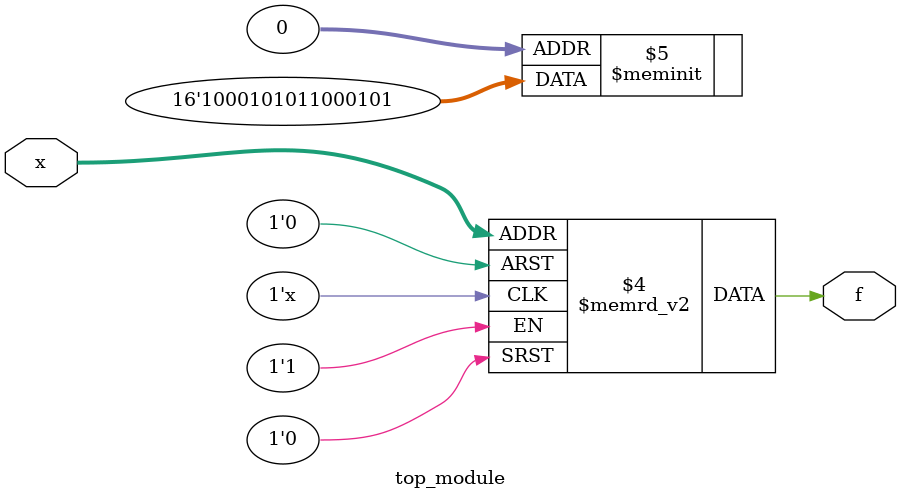
<source format=sv>
module top_module (
    input [4:1] x,
    output logic f
);

always_comb begin
    case ({x[4:3], x[2:1]})
        4'b0000: f = 1'b1;
        4'b0001: f = 1'b0; 
        4'b0010: f = 1'b1;
        4'b0011: f = 1'b0;
        4'b0100: f = 1'b0;
        4'b0101: f = 1'b0;
        4'b0110: f = 1'b1;
        4'b0111: f = 1'b1;
        4'b1000: f = 1'b0;
        4'b1001: f = 1'b1;
        4'b1010: f = 1'b0;
        4'b1011: f = 1'b1;
        4'b1100: f = 1'b0;
        4'b1101: f = 1'b0;
        4'b1110: f = 1'b0;
        4'b1111: f = 1'b1;
        default: f = 1'b0;
    endcase
end

endmodule

</source>
